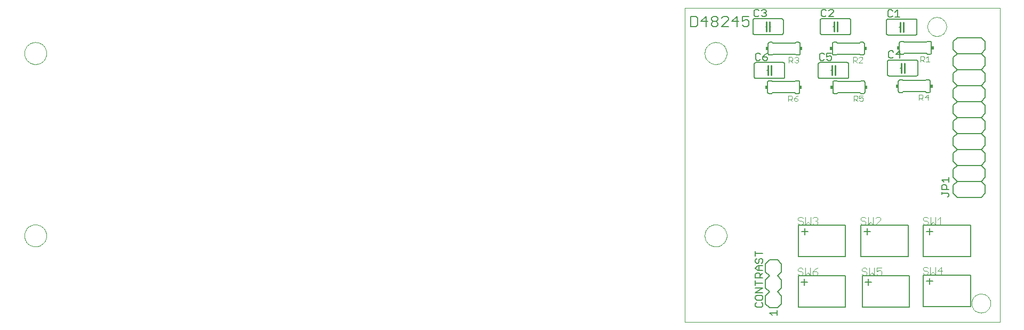
<source format=gto>
G75*
G70*
%OFA0B0*%
%FSLAX24Y24*%
%IPPOS*%
%LPD*%
%AMOC8*
5,1,8,0,0,1.08239X$1,22.5*
%
%ADD10C,0.0000*%
%ADD11C,0.0060*%
%ADD12C,0.0050*%
%ADD13C,0.0100*%
%ADD14C,0.0040*%
%ADD15R,0.0150X0.0200*%
D10*
X001798Y006879D02*
X001800Y006931D01*
X001806Y006983D01*
X001816Y007034D01*
X001829Y007084D01*
X001847Y007134D01*
X001868Y007181D01*
X001892Y007227D01*
X001921Y007271D01*
X001952Y007313D01*
X001986Y007352D01*
X002023Y007389D01*
X002063Y007422D01*
X002106Y007453D01*
X002150Y007480D01*
X002196Y007504D01*
X002245Y007524D01*
X002294Y007540D01*
X002345Y007553D01*
X002396Y007562D01*
X002448Y007567D01*
X002500Y007568D01*
X002552Y007565D01*
X002604Y007558D01*
X002655Y007547D01*
X002705Y007533D01*
X002754Y007514D01*
X002801Y007492D01*
X002846Y007467D01*
X002890Y007438D01*
X002931Y007406D01*
X002970Y007371D01*
X003005Y007333D01*
X003038Y007292D01*
X003068Y007250D01*
X003094Y007205D01*
X003117Y007158D01*
X003136Y007109D01*
X003152Y007059D01*
X003164Y007009D01*
X003172Y006957D01*
X003176Y006905D01*
X003176Y006853D01*
X003172Y006801D01*
X003164Y006749D01*
X003152Y006699D01*
X003136Y006649D01*
X003117Y006600D01*
X003094Y006553D01*
X003068Y006508D01*
X003038Y006466D01*
X003005Y006425D01*
X002970Y006387D01*
X002931Y006352D01*
X002890Y006320D01*
X002846Y006291D01*
X002801Y006266D01*
X002754Y006244D01*
X002705Y006225D01*
X002655Y006211D01*
X002604Y006200D01*
X002552Y006193D01*
X002500Y006190D01*
X002448Y006191D01*
X002396Y006196D01*
X002345Y006205D01*
X002294Y006218D01*
X002245Y006234D01*
X002196Y006254D01*
X002150Y006278D01*
X002106Y006305D01*
X002063Y006336D01*
X002023Y006369D01*
X001986Y006406D01*
X001952Y006445D01*
X001921Y006487D01*
X001892Y006531D01*
X001868Y006577D01*
X001847Y006624D01*
X001829Y006674D01*
X001816Y006724D01*
X001806Y006775D01*
X001800Y006827D01*
X001798Y006879D01*
X001798Y018297D02*
X001800Y018349D01*
X001806Y018401D01*
X001816Y018452D01*
X001829Y018502D01*
X001847Y018552D01*
X001868Y018599D01*
X001892Y018645D01*
X001921Y018689D01*
X001952Y018731D01*
X001986Y018770D01*
X002023Y018807D01*
X002063Y018840D01*
X002106Y018871D01*
X002150Y018898D01*
X002196Y018922D01*
X002245Y018942D01*
X002294Y018958D01*
X002345Y018971D01*
X002396Y018980D01*
X002448Y018985D01*
X002500Y018986D01*
X002552Y018983D01*
X002604Y018976D01*
X002655Y018965D01*
X002705Y018951D01*
X002754Y018932D01*
X002801Y018910D01*
X002846Y018885D01*
X002890Y018856D01*
X002931Y018824D01*
X002970Y018789D01*
X003005Y018751D01*
X003038Y018710D01*
X003068Y018668D01*
X003094Y018623D01*
X003117Y018576D01*
X003136Y018527D01*
X003152Y018477D01*
X003164Y018427D01*
X003172Y018375D01*
X003176Y018323D01*
X003176Y018271D01*
X003172Y018219D01*
X003164Y018167D01*
X003152Y018117D01*
X003136Y018067D01*
X003117Y018018D01*
X003094Y017971D01*
X003068Y017926D01*
X003038Y017884D01*
X003005Y017843D01*
X002970Y017805D01*
X002931Y017770D01*
X002890Y017738D01*
X002846Y017709D01*
X002801Y017684D01*
X002754Y017662D01*
X002705Y017643D01*
X002655Y017629D01*
X002604Y017618D01*
X002552Y017611D01*
X002500Y017608D01*
X002448Y017609D01*
X002396Y017614D01*
X002345Y017623D01*
X002294Y017636D01*
X002245Y017652D01*
X002196Y017672D01*
X002150Y017696D01*
X002106Y017723D01*
X002063Y017754D01*
X002023Y017787D01*
X001986Y017824D01*
X001952Y017863D01*
X001921Y017905D01*
X001892Y017949D01*
X001868Y017995D01*
X001847Y018042D01*
X001829Y018092D01*
X001816Y018142D01*
X001806Y018193D01*
X001800Y018245D01*
X001798Y018297D01*
X043087Y021145D02*
X043087Y001460D01*
X062772Y001460D01*
X062772Y021145D01*
X043087Y021145D01*
X044318Y018297D02*
X044320Y018349D01*
X044326Y018401D01*
X044336Y018452D01*
X044349Y018502D01*
X044367Y018552D01*
X044388Y018599D01*
X044412Y018645D01*
X044441Y018689D01*
X044472Y018731D01*
X044506Y018770D01*
X044543Y018807D01*
X044583Y018840D01*
X044626Y018871D01*
X044670Y018898D01*
X044716Y018922D01*
X044765Y018942D01*
X044814Y018958D01*
X044865Y018971D01*
X044916Y018980D01*
X044968Y018985D01*
X045020Y018986D01*
X045072Y018983D01*
X045124Y018976D01*
X045175Y018965D01*
X045225Y018951D01*
X045274Y018932D01*
X045321Y018910D01*
X045366Y018885D01*
X045410Y018856D01*
X045451Y018824D01*
X045490Y018789D01*
X045525Y018751D01*
X045558Y018710D01*
X045588Y018668D01*
X045614Y018623D01*
X045637Y018576D01*
X045656Y018527D01*
X045672Y018477D01*
X045684Y018427D01*
X045692Y018375D01*
X045696Y018323D01*
X045696Y018271D01*
X045692Y018219D01*
X045684Y018167D01*
X045672Y018117D01*
X045656Y018067D01*
X045637Y018018D01*
X045614Y017971D01*
X045588Y017926D01*
X045558Y017884D01*
X045525Y017843D01*
X045490Y017805D01*
X045451Y017770D01*
X045410Y017738D01*
X045366Y017709D01*
X045321Y017684D01*
X045274Y017662D01*
X045225Y017643D01*
X045175Y017629D01*
X045124Y017618D01*
X045072Y017611D01*
X045020Y017608D01*
X044968Y017609D01*
X044916Y017614D01*
X044865Y017623D01*
X044814Y017636D01*
X044765Y017652D01*
X044716Y017672D01*
X044670Y017696D01*
X044626Y017723D01*
X044583Y017754D01*
X044543Y017787D01*
X044506Y017824D01*
X044472Y017863D01*
X044441Y017905D01*
X044412Y017949D01*
X044388Y017995D01*
X044367Y018042D01*
X044349Y018092D01*
X044336Y018142D01*
X044326Y018193D01*
X044320Y018245D01*
X044318Y018297D01*
X058244Y019964D02*
X058246Y020012D01*
X058252Y020060D01*
X058262Y020107D01*
X058275Y020153D01*
X058293Y020198D01*
X058313Y020242D01*
X058338Y020284D01*
X058366Y020323D01*
X058396Y020360D01*
X058430Y020394D01*
X058467Y020426D01*
X058505Y020455D01*
X058546Y020480D01*
X058589Y020502D01*
X058634Y020520D01*
X058680Y020534D01*
X058727Y020545D01*
X058775Y020552D01*
X058823Y020555D01*
X058871Y020554D01*
X058919Y020549D01*
X058967Y020540D01*
X059013Y020528D01*
X059058Y020511D01*
X059102Y020491D01*
X059144Y020468D01*
X059184Y020441D01*
X059222Y020411D01*
X059257Y020378D01*
X059289Y020342D01*
X059319Y020304D01*
X059345Y020263D01*
X059367Y020220D01*
X059387Y020176D01*
X059402Y020131D01*
X059414Y020084D01*
X059422Y020036D01*
X059426Y019988D01*
X059426Y019940D01*
X059422Y019892D01*
X059414Y019844D01*
X059402Y019797D01*
X059387Y019752D01*
X059367Y019708D01*
X059345Y019665D01*
X059319Y019624D01*
X059289Y019586D01*
X059257Y019550D01*
X059222Y019517D01*
X059184Y019487D01*
X059144Y019460D01*
X059102Y019437D01*
X059058Y019417D01*
X059013Y019400D01*
X058967Y019388D01*
X058919Y019379D01*
X058871Y019374D01*
X058823Y019373D01*
X058775Y019376D01*
X058727Y019383D01*
X058680Y019394D01*
X058634Y019408D01*
X058589Y019426D01*
X058546Y019448D01*
X058505Y019473D01*
X058467Y019502D01*
X058430Y019534D01*
X058396Y019568D01*
X058366Y019605D01*
X058338Y019644D01*
X058313Y019686D01*
X058293Y019730D01*
X058275Y019775D01*
X058262Y019821D01*
X058252Y019868D01*
X058246Y019916D01*
X058244Y019964D01*
X044318Y006879D02*
X044320Y006931D01*
X044326Y006983D01*
X044336Y007034D01*
X044349Y007084D01*
X044367Y007134D01*
X044388Y007181D01*
X044412Y007227D01*
X044441Y007271D01*
X044472Y007313D01*
X044506Y007352D01*
X044543Y007389D01*
X044583Y007422D01*
X044626Y007453D01*
X044670Y007480D01*
X044716Y007504D01*
X044765Y007524D01*
X044814Y007540D01*
X044865Y007553D01*
X044916Y007562D01*
X044968Y007567D01*
X045020Y007568D01*
X045072Y007565D01*
X045124Y007558D01*
X045175Y007547D01*
X045225Y007533D01*
X045274Y007514D01*
X045321Y007492D01*
X045366Y007467D01*
X045410Y007438D01*
X045451Y007406D01*
X045490Y007371D01*
X045525Y007333D01*
X045558Y007292D01*
X045588Y007250D01*
X045614Y007205D01*
X045637Y007158D01*
X045656Y007109D01*
X045672Y007059D01*
X045684Y007009D01*
X045692Y006957D01*
X045696Y006905D01*
X045696Y006853D01*
X045692Y006801D01*
X045684Y006749D01*
X045672Y006699D01*
X045656Y006649D01*
X045637Y006600D01*
X045614Y006553D01*
X045588Y006508D01*
X045558Y006466D01*
X045525Y006425D01*
X045490Y006387D01*
X045451Y006352D01*
X045410Y006320D01*
X045366Y006291D01*
X045321Y006266D01*
X045274Y006244D01*
X045225Y006225D01*
X045175Y006211D01*
X045124Y006200D01*
X045072Y006193D01*
X045020Y006190D01*
X044968Y006191D01*
X044916Y006196D01*
X044865Y006205D01*
X044814Y006218D01*
X044765Y006234D01*
X044716Y006254D01*
X044670Y006278D01*
X044626Y006305D01*
X044583Y006336D01*
X044543Y006369D01*
X044506Y006406D01*
X044472Y006445D01*
X044441Y006487D01*
X044412Y006531D01*
X044388Y006577D01*
X044367Y006624D01*
X044349Y006674D01*
X044336Y006724D01*
X044326Y006775D01*
X044320Y006827D01*
X044318Y006879D01*
X061000Y002641D02*
X061002Y002689D01*
X061008Y002737D01*
X061018Y002784D01*
X061031Y002830D01*
X061049Y002875D01*
X061069Y002919D01*
X061094Y002961D01*
X061122Y003000D01*
X061152Y003037D01*
X061186Y003071D01*
X061223Y003103D01*
X061261Y003132D01*
X061302Y003157D01*
X061345Y003179D01*
X061390Y003197D01*
X061436Y003211D01*
X061483Y003222D01*
X061531Y003229D01*
X061579Y003232D01*
X061627Y003231D01*
X061675Y003226D01*
X061723Y003217D01*
X061769Y003205D01*
X061814Y003188D01*
X061858Y003168D01*
X061900Y003145D01*
X061940Y003118D01*
X061978Y003088D01*
X062013Y003055D01*
X062045Y003019D01*
X062075Y002981D01*
X062101Y002940D01*
X062123Y002897D01*
X062143Y002853D01*
X062158Y002808D01*
X062170Y002761D01*
X062178Y002713D01*
X062182Y002665D01*
X062182Y002617D01*
X062178Y002569D01*
X062170Y002521D01*
X062158Y002474D01*
X062143Y002429D01*
X062123Y002385D01*
X062101Y002342D01*
X062075Y002301D01*
X062045Y002263D01*
X062013Y002227D01*
X061978Y002194D01*
X061940Y002164D01*
X061900Y002137D01*
X061858Y002114D01*
X061814Y002094D01*
X061769Y002077D01*
X061723Y002065D01*
X061675Y002056D01*
X061627Y002051D01*
X061579Y002050D01*
X061531Y002053D01*
X061483Y002060D01*
X061436Y002071D01*
X061390Y002085D01*
X061345Y002103D01*
X061302Y002125D01*
X061261Y002150D01*
X061223Y002179D01*
X061186Y002211D01*
X061152Y002245D01*
X061122Y002282D01*
X061094Y002321D01*
X061069Y002363D01*
X061049Y002407D01*
X061031Y002452D01*
X061018Y002498D01*
X061008Y002545D01*
X061002Y002593D01*
X061000Y002641D01*
D11*
X049107Y002610D02*
X049107Y003110D01*
X048857Y003360D01*
X049107Y003610D01*
X049107Y004110D01*
X048857Y004360D01*
X049107Y004610D01*
X049107Y005110D01*
X048857Y005360D01*
X048357Y005360D01*
X048107Y005110D01*
X048107Y004610D01*
X048357Y004360D01*
X048107Y004110D01*
X048107Y003610D01*
X048357Y003360D01*
X048107Y003110D01*
X048107Y002610D01*
X048357Y002360D01*
X048857Y002360D01*
X049107Y002610D01*
X059851Y009531D02*
X060101Y009281D01*
X061601Y009281D01*
X061851Y009531D01*
X061851Y010031D01*
X061601Y010281D01*
X060101Y010281D01*
X059851Y010531D01*
X059851Y011031D01*
X060101Y011281D01*
X061601Y011281D01*
X061851Y011531D01*
X061851Y012031D01*
X061601Y012281D01*
X060101Y012281D01*
X059851Y012531D01*
X059851Y013031D01*
X060101Y013281D01*
X061601Y013281D01*
X061851Y013531D01*
X061851Y014031D01*
X061601Y014281D01*
X060101Y014281D01*
X059851Y014531D01*
X059851Y015031D01*
X060101Y015281D01*
X061601Y015281D01*
X061851Y015531D01*
X061851Y016031D01*
X061601Y016281D01*
X060101Y016281D01*
X059851Y016531D01*
X059851Y017031D01*
X060101Y017281D01*
X061601Y017281D01*
X061851Y017031D01*
X061851Y016531D01*
X061601Y016281D01*
X060101Y016281D02*
X059851Y016031D01*
X059851Y015531D01*
X060101Y015281D01*
X061601Y015281D02*
X061851Y015031D01*
X061851Y014531D01*
X061601Y014281D01*
X060101Y014281D02*
X059851Y014031D01*
X059851Y013531D01*
X060101Y013281D01*
X061601Y013281D02*
X061851Y013031D01*
X061851Y012531D01*
X061601Y012281D01*
X060101Y012281D02*
X059851Y012031D01*
X059851Y011531D01*
X060101Y011281D01*
X061601Y011281D02*
X061851Y011031D01*
X061851Y010531D01*
X061601Y010281D01*
X060101Y010281D02*
X059851Y010031D01*
X059851Y009531D01*
X058321Y015840D02*
X058171Y015840D01*
X058121Y015890D01*
X056721Y015890D01*
X056671Y015840D01*
X056521Y015840D01*
X056504Y015842D01*
X056487Y015846D01*
X056471Y015853D01*
X056457Y015863D01*
X056444Y015876D01*
X056434Y015890D01*
X056427Y015906D01*
X056423Y015923D01*
X056421Y015940D01*
X056421Y016540D01*
X056423Y016557D01*
X056427Y016574D01*
X056434Y016590D01*
X056444Y016604D01*
X056457Y016617D01*
X056471Y016627D01*
X056487Y016634D01*
X056504Y016638D01*
X056521Y016640D01*
X056671Y016640D01*
X056721Y016590D01*
X058121Y016590D01*
X058171Y016640D01*
X058321Y016640D01*
X058338Y016638D01*
X058355Y016634D01*
X058371Y016627D01*
X058385Y016617D01*
X058398Y016604D01*
X058408Y016590D01*
X058415Y016574D01*
X058419Y016557D01*
X058421Y016540D01*
X058421Y015940D01*
X058419Y015923D01*
X058415Y015906D01*
X058408Y015890D01*
X058398Y015876D01*
X058385Y015863D01*
X058371Y015853D01*
X058355Y015846D01*
X058338Y015842D01*
X058321Y015840D01*
X057542Y016883D02*
X055842Y016883D01*
X055825Y016885D01*
X055808Y016889D01*
X055792Y016896D01*
X055778Y016906D01*
X055765Y016919D01*
X055755Y016933D01*
X055748Y016949D01*
X055744Y016966D01*
X055742Y016983D01*
X055742Y017783D01*
X055744Y017800D01*
X055748Y017817D01*
X055755Y017833D01*
X055765Y017847D01*
X055778Y017860D01*
X055792Y017870D01*
X055808Y017877D01*
X055825Y017881D01*
X055842Y017883D01*
X057542Y017883D01*
X057559Y017881D01*
X057576Y017877D01*
X057592Y017870D01*
X057606Y017860D01*
X057619Y017847D01*
X057629Y017833D01*
X057636Y017817D01*
X057640Y017800D01*
X057642Y017783D01*
X057642Y016983D01*
X057640Y016966D01*
X057636Y016949D01*
X057629Y016933D01*
X057619Y016919D01*
X057606Y016906D01*
X057592Y016896D01*
X057576Y016889D01*
X057559Y016885D01*
X057542Y016883D01*
X056842Y017383D02*
X056792Y017383D01*
X056592Y017383D02*
X056542Y017383D01*
X054227Y016580D02*
X054077Y016580D01*
X054027Y016530D01*
X052627Y016530D01*
X052577Y016580D01*
X052427Y016580D01*
X052410Y016578D01*
X052393Y016574D01*
X052377Y016567D01*
X052363Y016557D01*
X052350Y016544D01*
X052340Y016530D01*
X052333Y016514D01*
X052329Y016497D01*
X052327Y016480D01*
X052327Y015880D01*
X052329Y015863D01*
X052333Y015846D01*
X052340Y015830D01*
X052350Y015816D01*
X052363Y015803D01*
X052377Y015793D01*
X052393Y015786D01*
X052410Y015782D01*
X052427Y015780D01*
X052577Y015780D01*
X052627Y015830D01*
X054027Y015830D01*
X054077Y015780D01*
X054227Y015780D01*
X054244Y015782D01*
X054261Y015786D01*
X054277Y015793D01*
X054291Y015803D01*
X054304Y015816D01*
X054314Y015830D01*
X054321Y015846D01*
X054325Y015863D01*
X054327Y015880D01*
X054327Y016480D01*
X054325Y016497D01*
X054321Y016514D01*
X054314Y016530D01*
X054304Y016544D01*
X054291Y016557D01*
X054277Y016567D01*
X054261Y016574D01*
X054244Y016578D01*
X054227Y016580D01*
X053317Y016820D02*
X053317Y017620D01*
X053315Y017637D01*
X053311Y017654D01*
X053304Y017670D01*
X053294Y017684D01*
X053281Y017697D01*
X053267Y017707D01*
X053251Y017714D01*
X053234Y017718D01*
X053217Y017720D01*
X051517Y017720D01*
X051500Y017718D01*
X051483Y017714D01*
X051467Y017707D01*
X051453Y017697D01*
X051440Y017684D01*
X051430Y017670D01*
X051423Y017654D01*
X051419Y017637D01*
X051417Y017620D01*
X051417Y016820D01*
X051419Y016803D01*
X051423Y016786D01*
X051430Y016770D01*
X051440Y016756D01*
X051453Y016743D01*
X051467Y016733D01*
X051483Y016726D01*
X051500Y016722D01*
X051517Y016720D01*
X053217Y016720D01*
X053234Y016722D01*
X053251Y016726D01*
X053267Y016733D01*
X053281Y016743D01*
X053294Y016756D01*
X053304Y016770D01*
X053311Y016786D01*
X053315Y016803D01*
X053317Y016820D01*
X052517Y017220D02*
X052467Y017220D01*
X052267Y017220D02*
X052217Y017220D01*
X050247Y016480D02*
X050247Y015880D01*
X050245Y015863D01*
X050241Y015846D01*
X050234Y015830D01*
X050224Y015816D01*
X050211Y015803D01*
X050197Y015793D01*
X050181Y015786D01*
X050164Y015782D01*
X050147Y015780D01*
X049997Y015780D01*
X049947Y015830D01*
X048547Y015830D01*
X048497Y015780D01*
X048347Y015780D01*
X048330Y015782D01*
X048313Y015786D01*
X048297Y015793D01*
X048283Y015803D01*
X048270Y015816D01*
X048260Y015830D01*
X048253Y015846D01*
X048249Y015863D01*
X048247Y015880D01*
X048247Y016480D01*
X048249Y016497D01*
X048253Y016514D01*
X048260Y016530D01*
X048270Y016544D01*
X048283Y016557D01*
X048297Y016567D01*
X048313Y016574D01*
X048330Y016578D01*
X048347Y016580D01*
X048497Y016580D01*
X048547Y016530D01*
X049947Y016530D01*
X049997Y016580D01*
X050147Y016580D01*
X050164Y016578D01*
X050181Y016574D01*
X050197Y016567D01*
X050211Y016557D01*
X050224Y016544D01*
X050234Y016530D01*
X050241Y016514D01*
X050245Y016497D01*
X050247Y016480D01*
X049217Y016720D02*
X047517Y016720D01*
X047500Y016722D01*
X047483Y016726D01*
X047467Y016733D01*
X047453Y016743D01*
X047440Y016756D01*
X047430Y016770D01*
X047423Y016786D01*
X047419Y016803D01*
X047417Y016820D01*
X047417Y017620D01*
X047419Y017637D01*
X047423Y017654D01*
X047430Y017670D01*
X047440Y017684D01*
X047453Y017697D01*
X047467Y017707D01*
X047483Y017714D01*
X047500Y017718D01*
X047517Y017720D01*
X049217Y017720D01*
X049234Y017718D01*
X049251Y017714D01*
X049267Y017707D01*
X049281Y017697D01*
X049294Y017684D01*
X049304Y017670D01*
X049311Y017654D01*
X049315Y017637D01*
X049317Y017620D01*
X049317Y016820D01*
X049315Y016803D01*
X049311Y016786D01*
X049304Y016770D01*
X049294Y016756D01*
X049281Y016743D01*
X049267Y016733D01*
X049251Y016726D01*
X049234Y016722D01*
X049217Y016720D01*
X048517Y017220D02*
X048467Y017220D01*
X048267Y017220D02*
X048217Y017220D01*
X048378Y018189D02*
X048528Y018189D01*
X048578Y018239D01*
X049978Y018239D01*
X050028Y018189D01*
X050178Y018189D01*
X050195Y018191D01*
X050212Y018195D01*
X050228Y018202D01*
X050242Y018212D01*
X050255Y018225D01*
X050265Y018239D01*
X050272Y018255D01*
X050276Y018272D01*
X050278Y018289D01*
X050278Y018889D01*
X050276Y018906D01*
X050272Y018923D01*
X050265Y018939D01*
X050255Y018953D01*
X050242Y018966D01*
X050228Y018976D01*
X050212Y018983D01*
X050195Y018987D01*
X050178Y018989D01*
X050028Y018989D01*
X049978Y018939D01*
X048578Y018939D01*
X048528Y018989D01*
X048378Y018989D01*
X048361Y018987D01*
X048344Y018983D01*
X048328Y018976D01*
X048314Y018966D01*
X048301Y018953D01*
X048291Y018939D01*
X048284Y018923D01*
X048280Y018906D01*
X048278Y018889D01*
X048278Y018289D01*
X048280Y018272D01*
X048284Y018255D01*
X048291Y018239D01*
X048301Y018225D01*
X048314Y018212D01*
X048328Y018202D01*
X048344Y018195D01*
X048361Y018191D01*
X048378Y018189D01*
X049126Y019472D02*
X047426Y019472D01*
X047409Y019474D01*
X047392Y019478D01*
X047376Y019485D01*
X047362Y019495D01*
X047349Y019508D01*
X047339Y019522D01*
X047332Y019538D01*
X047328Y019555D01*
X047326Y019572D01*
X047326Y020372D01*
X047328Y020389D01*
X047332Y020406D01*
X047339Y020422D01*
X047349Y020436D01*
X047362Y020449D01*
X047376Y020459D01*
X047392Y020466D01*
X047409Y020470D01*
X047426Y020472D01*
X049126Y020472D01*
X049143Y020470D01*
X049160Y020466D01*
X049176Y020459D01*
X049190Y020449D01*
X049203Y020436D01*
X049213Y020422D01*
X049220Y020406D01*
X049224Y020389D01*
X049226Y020372D01*
X049226Y019572D01*
X049224Y019555D01*
X049220Y019538D01*
X049213Y019522D01*
X049203Y019508D01*
X049190Y019495D01*
X049176Y019485D01*
X049160Y019478D01*
X049143Y019474D01*
X049126Y019472D01*
X048426Y019972D02*
X048376Y019972D01*
X048176Y019972D02*
X048126Y019972D01*
X047087Y020077D02*
X046980Y019970D01*
X046766Y019970D01*
X046660Y020077D01*
X046660Y020290D02*
X046873Y020397D01*
X046980Y020397D01*
X047087Y020290D01*
X047087Y020077D01*
X046660Y020290D02*
X046660Y020611D01*
X047087Y020611D01*
X046442Y020290D02*
X046015Y020290D01*
X046335Y020611D01*
X046335Y019970D01*
X045798Y019970D02*
X045371Y019970D01*
X045798Y020397D01*
X045798Y020504D01*
X045691Y020611D01*
X045477Y020611D01*
X045371Y020504D01*
X045153Y020504D02*
X045153Y020397D01*
X045046Y020290D01*
X044833Y020290D01*
X044726Y020397D01*
X044726Y020504D01*
X044833Y020611D01*
X045046Y020611D01*
X045153Y020504D01*
X045046Y020290D02*
X045153Y020184D01*
X045153Y020077D01*
X045046Y019970D01*
X044833Y019970D01*
X044726Y020077D01*
X044726Y020184D01*
X044833Y020290D01*
X044508Y020290D02*
X044081Y020290D01*
X044402Y020611D01*
X044402Y019970D01*
X043864Y020077D02*
X043864Y020504D01*
X043757Y020611D01*
X043437Y020611D01*
X043437Y019970D01*
X043757Y019970D01*
X043864Y020077D01*
X051544Y020369D02*
X051544Y019569D01*
X051546Y019552D01*
X051550Y019535D01*
X051557Y019519D01*
X051567Y019505D01*
X051580Y019492D01*
X051594Y019482D01*
X051610Y019475D01*
X051627Y019471D01*
X051644Y019469D01*
X053344Y019469D01*
X053361Y019471D01*
X053378Y019475D01*
X053394Y019482D01*
X053408Y019492D01*
X053421Y019505D01*
X053431Y019519D01*
X053438Y019535D01*
X053442Y019552D01*
X053444Y019569D01*
X053444Y020369D01*
X053442Y020386D01*
X053438Y020403D01*
X053431Y020419D01*
X053421Y020433D01*
X053408Y020446D01*
X053394Y020456D01*
X053378Y020463D01*
X053361Y020467D01*
X053344Y020469D01*
X051644Y020469D01*
X051627Y020467D01*
X051610Y020463D01*
X051594Y020456D01*
X051580Y020446D01*
X051567Y020433D01*
X051557Y020419D01*
X051550Y020403D01*
X051546Y020386D01*
X051544Y020369D01*
X052344Y019969D02*
X052394Y019969D01*
X052594Y019969D02*
X052644Y019969D01*
X052544Y018996D02*
X052394Y018996D01*
X052377Y018994D01*
X052360Y018990D01*
X052344Y018983D01*
X052330Y018973D01*
X052317Y018960D01*
X052307Y018946D01*
X052300Y018930D01*
X052296Y018913D01*
X052294Y018896D01*
X052294Y018296D01*
X052296Y018279D01*
X052300Y018262D01*
X052307Y018246D01*
X052317Y018232D01*
X052330Y018219D01*
X052344Y018209D01*
X052360Y018202D01*
X052377Y018198D01*
X052394Y018196D01*
X052544Y018196D01*
X052594Y018246D01*
X053994Y018246D01*
X054044Y018196D01*
X054194Y018196D01*
X054211Y018198D01*
X054228Y018202D01*
X054244Y018209D01*
X054258Y018219D01*
X054271Y018232D01*
X054281Y018246D01*
X054288Y018262D01*
X054292Y018279D01*
X054294Y018296D01*
X054294Y018896D01*
X054292Y018913D01*
X054288Y018930D01*
X054281Y018946D01*
X054271Y018960D01*
X054258Y018973D01*
X054244Y018983D01*
X054228Y018990D01*
X054211Y018994D01*
X054194Y018996D01*
X054044Y018996D01*
X053994Y018946D01*
X052594Y018946D01*
X052544Y018996D01*
X055684Y019548D02*
X055684Y020348D01*
X055686Y020365D01*
X055690Y020382D01*
X055697Y020398D01*
X055707Y020412D01*
X055720Y020425D01*
X055734Y020435D01*
X055750Y020442D01*
X055767Y020446D01*
X055784Y020448D01*
X057484Y020448D01*
X057501Y020446D01*
X057518Y020442D01*
X057534Y020435D01*
X057548Y020425D01*
X057561Y020412D01*
X057571Y020398D01*
X057578Y020382D01*
X057582Y020365D01*
X057584Y020348D01*
X057584Y019548D01*
X057582Y019531D01*
X057578Y019514D01*
X057571Y019498D01*
X057561Y019484D01*
X057548Y019471D01*
X057534Y019461D01*
X057518Y019454D01*
X057501Y019450D01*
X057484Y019448D01*
X055784Y019448D01*
X055767Y019450D01*
X055750Y019454D01*
X055734Y019461D01*
X055720Y019471D01*
X055707Y019484D01*
X055697Y019498D01*
X055690Y019514D01*
X055686Y019531D01*
X055684Y019548D01*
X056484Y019948D02*
X056534Y019948D01*
X056734Y019948D02*
X056784Y019948D01*
X056740Y019045D02*
X056590Y019045D01*
X056573Y019043D01*
X056556Y019039D01*
X056540Y019032D01*
X056526Y019022D01*
X056513Y019009D01*
X056503Y018995D01*
X056496Y018979D01*
X056492Y018962D01*
X056490Y018945D01*
X056490Y018345D01*
X056492Y018328D01*
X056496Y018311D01*
X056503Y018295D01*
X056513Y018281D01*
X056526Y018268D01*
X056540Y018258D01*
X056556Y018251D01*
X056573Y018247D01*
X056590Y018245D01*
X056740Y018245D01*
X056790Y018295D01*
X058190Y018295D01*
X058240Y018245D01*
X058390Y018245D01*
X058407Y018247D01*
X058424Y018251D01*
X058440Y018258D01*
X058454Y018268D01*
X058467Y018281D01*
X058477Y018295D01*
X058484Y018311D01*
X058488Y018328D01*
X058490Y018345D01*
X058490Y018945D01*
X058488Y018962D01*
X058484Y018979D01*
X058477Y018995D01*
X058467Y019009D01*
X058454Y019022D01*
X058440Y019032D01*
X058424Y019039D01*
X058407Y019043D01*
X058390Y019045D01*
X058240Y019045D01*
X058190Y018995D01*
X056790Y018995D01*
X056740Y019045D01*
X059851Y019031D02*
X059851Y018531D01*
X060101Y018281D01*
X061601Y018281D01*
X061851Y018531D01*
X061851Y019031D01*
X061601Y019281D01*
X060101Y019281D01*
X059851Y019031D01*
X060101Y018281D02*
X059851Y018031D01*
X059851Y017531D01*
X060101Y017281D01*
X061601Y017281D02*
X061851Y017531D01*
X061851Y018031D01*
X061601Y018281D01*
D12*
X056578Y018233D02*
X056277Y018233D01*
X056503Y018458D01*
X056503Y018008D01*
X056117Y018083D02*
X056042Y018008D01*
X055892Y018008D01*
X055817Y018083D01*
X055817Y018383D01*
X055892Y018458D01*
X056042Y018458D01*
X056117Y018383D01*
X052253Y018295D02*
X051952Y018295D01*
X051952Y018070D01*
X052102Y018145D01*
X052177Y018145D01*
X052253Y018070D01*
X052253Y017920D01*
X052177Y017845D01*
X052027Y017845D01*
X051952Y017920D01*
X051792Y017920D02*
X051717Y017845D01*
X051567Y017845D01*
X051492Y017920D01*
X051492Y018220D01*
X051567Y018295D01*
X051717Y018295D01*
X051792Y018220D01*
X048253Y018295D02*
X048102Y018220D01*
X047952Y018070D01*
X048177Y018070D01*
X048253Y017995D01*
X048253Y017920D01*
X048177Y017845D01*
X048027Y017845D01*
X047952Y017920D01*
X047952Y018070D01*
X047792Y017920D02*
X047717Y017845D01*
X047567Y017845D01*
X047492Y017920D01*
X047492Y018220D01*
X047567Y018295D01*
X047717Y018295D01*
X047792Y018220D01*
X047936Y020597D02*
X047861Y020672D01*
X047936Y020597D02*
X048087Y020597D01*
X048162Y020672D01*
X048162Y020747D01*
X048087Y020822D01*
X048012Y020822D01*
X048087Y020822D02*
X048162Y020897D01*
X048162Y020972D01*
X048087Y021047D01*
X047936Y021047D01*
X047861Y020972D01*
X047701Y020972D02*
X047626Y021047D01*
X047476Y021047D01*
X047401Y020972D01*
X047401Y020672D01*
X047476Y020597D01*
X047626Y020597D01*
X047701Y020672D01*
X051619Y020669D02*
X051694Y020594D01*
X051844Y020594D01*
X051919Y020669D01*
X052079Y020594D02*
X052379Y020895D01*
X052379Y020970D01*
X052304Y021045D01*
X052154Y021045D01*
X052079Y020970D01*
X051919Y020970D02*
X051844Y021045D01*
X051694Y021045D01*
X051619Y020970D01*
X051619Y020669D01*
X052079Y020594D02*
X052379Y020594D01*
X055759Y020648D02*
X055834Y020573D01*
X055984Y020573D01*
X056059Y020648D01*
X056220Y020573D02*
X056520Y020573D01*
X056370Y020573D02*
X056370Y021023D01*
X056220Y020873D01*
X056059Y020948D02*
X055984Y021023D01*
X055834Y021023D01*
X055759Y020948D01*
X055759Y020648D01*
X059576Y010527D02*
X059576Y010227D01*
X059576Y010377D02*
X059126Y010377D01*
X059276Y010227D01*
X059201Y010067D02*
X059351Y010067D01*
X059426Y009992D01*
X059426Y009766D01*
X059576Y009766D02*
X059126Y009766D01*
X059126Y009992D01*
X059201Y010067D01*
X059126Y009606D02*
X059126Y009456D01*
X059126Y009531D02*
X059501Y009531D01*
X059576Y009456D01*
X059576Y009381D01*
X059501Y009306D01*
X060930Y007533D02*
X057978Y007533D01*
X057978Y005564D01*
X060930Y005564D01*
X060930Y007533D01*
X058568Y007139D02*
X058174Y007139D01*
X058371Y007336D02*
X058371Y006942D01*
X057038Y007533D02*
X054085Y007533D01*
X054085Y005564D01*
X057038Y005564D01*
X057038Y007533D01*
X054676Y007139D02*
X054282Y007139D01*
X054479Y007336D02*
X054479Y006942D01*
X053121Y007533D02*
X050168Y007533D01*
X050168Y005564D01*
X053121Y005564D01*
X053121Y007533D01*
X050758Y007139D02*
X050365Y007139D01*
X050562Y007336D02*
X050562Y006942D01*
X047932Y005758D02*
X047482Y005758D01*
X047482Y005608D02*
X047482Y005908D01*
X047557Y005448D02*
X047482Y005373D01*
X047482Y005222D01*
X047557Y005147D01*
X047632Y005147D01*
X047707Y005222D01*
X047707Y005373D01*
X047782Y005448D01*
X047857Y005448D01*
X047932Y005373D01*
X047932Y005222D01*
X047857Y005147D01*
X047932Y004987D02*
X047632Y004987D01*
X047482Y004837D01*
X047632Y004687D01*
X047932Y004687D01*
X047932Y004527D02*
X047782Y004377D01*
X047782Y004452D02*
X047782Y004227D01*
X047932Y004227D02*
X047482Y004227D01*
X047482Y004452D01*
X047557Y004527D01*
X047707Y004527D01*
X047782Y004452D01*
X047707Y004687D02*
X047707Y004987D01*
X050158Y004364D02*
X053111Y004364D01*
X053111Y002396D01*
X050158Y002396D01*
X050158Y004364D01*
X050552Y004167D02*
X050552Y003774D01*
X050355Y003971D02*
X050749Y003971D01*
X047932Y003916D02*
X047482Y003916D01*
X047482Y003766D02*
X047482Y004066D01*
X047482Y003606D02*
X047932Y003606D01*
X047482Y003306D01*
X047932Y003306D01*
X047857Y003146D02*
X047557Y003146D01*
X047482Y003071D01*
X047482Y002920D01*
X047557Y002845D01*
X047857Y002845D01*
X047932Y002920D01*
X047932Y003071D01*
X047857Y003146D01*
X047857Y002685D02*
X047932Y002610D01*
X047932Y002460D01*
X047857Y002385D01*
X047557Y002385D01*
X047482Y002460D01*
X047482Y002610D01*
X047557Y002685D01*
X048832Y002185D02*
X048832Y001885D01*
X048832Y002035D02*
X048382Y002035D01*
X048532Y001885D01*
X054158Y002396D02*
X057111Y002396D01*
X057111Y004364D01*
X054158Y004364D01*
X054158Y002396D01*
X057973Y002444D02*
X060925Y002444D01*
X060925Y004413D01*
X057973Y004413D01*
X057973Y002444D01*
X058366Y003822D02*
X058366Y004216D01*
X058169Y004019D02*
X058563Y004019D01*
X054749Y003971D02*
X054355Y003971D01*
X054552Y004167D02*
X054552Y003774D01*
D13*
X052467Y016920D02*
X052467Y017220D01*
X052467Y017520D01*
X052267Y017520D02*
X052267Y017220D01*
X052267Y016920D01*
X048467Y016920D02*
X048467Y017220D01*
X048467Y017520D01*
X048267Y017520D02*
X048267Y017220D01*
X048267Y016920D01*
X048176Y019672D02*
X048176Y019972D01*
X048176Y020272D01*
X048376Y020272D02*
X048376Y019972D01*
X048376Y019672D01*
X052394Y019669D02*
X052394Y019969D01*
X052394Y020269D01*
X052594Y020269D02*
X052594Y019969D01*
X052594Y019669D01*
X056534Y019648D02*
X056534Y019948D01*
X056534Y020248D01*
X056734Y020248D02*
X056734Y019948D01*
X056734Y019648D01*
X056792Y017683D02*
X056792Y017383D01*
X056792Y017083D01*
X056592Y017083D02*
X056592Y017383D01*
X056592Y017683D01*
D14*
X057792Y017765D02*
X057792Y018115D01*
X057967Y018115D01*
X058026Y018056D01*
X058026Y017940D01*
X057967Y017881D01*
X057792Y017881D01*
X057909Y017881D02*
X058026Y017765D01*
X058151Y017765D02*
X058385Y017765D01*
X058268Y017765D02*
X058268Y018115D01*
X058151Y017998D01*
X054188Y018008D02*
X054130Y018067D01*
X054013Y018067D01*
X053955Y018008D01*
X053829Y018008D02*
X053829Y017892D01*
X053771Y017833D01*
X053596Y017833D01*
X053712Y017833D02*
X053829Y017716D01*
X053955Y017716D02*
X054188Y017950D01*
X054188Y018008D01*
X054188Y017716D02*
X053955Y017716D01*
X053829Y018008D02*
X053771Y018067D01*
X053596Y018067D01*
X053596Y017716D01*
X050172Y017767D02*
X050114Y017709D01*
X049997Y017709D01*
X049939Y017767D01*
X049813Y017709D02*
X049697Y017825D01*
X049755Y017825D02*
X049580Y017825D01*
X049580Y017709D02*
X049580Y018059D01*
X049755Y018059D01*
X049813Y018000D01*
X049813Y017884D01*
X049755Y017825D01*
X049939Y018000D02*
X049997Y018059D01*
X050114Y018059D01*
X050172Y018000D01*
X050172Y017942D01*
X050114Y017884D01*
X050172Y017825D01*
X050172Y017767D01*
X050114Y017884D02*
X050056Y017884D01*
X050141Y015650D02*
X050025Y015592D01*
X049908Y015475D01*
X050083Y015475D01*
X050141Y015417D01*
X050141Y015358D01*
X050083Y015300D01*
X049966Y015300D01*
X049908Y015358D01*
X049908Y015475D01*
X049782Y015475D02*
X049724Y015417D01*
X049549Y015417D01*
X049665Y015417D02*
X049782Y015300D01*
X049782Y015475D02*
X049782Y015592D01*
X049724Y015650D01*
X049549Y015650D01*
X049549Y015300D01*
X053629Y015300D02*
X053629Y015650D01*
X053804Y015650D01*
X053862Y015592D01*
X053862Y015475D01*
X053804Y015417D01*
X053629Y015417D01*
X053745Y015417D02*
X053862Y015300D01*
X053988Y015358D02*
X054046Y015300D01*
X054163Y015300D01*
X054221Y015358D01*
X054221Y015475D01*
X054163Y015534D01*
X054105Y015534D01*
X053988Y015475D01*
X053988Y015650D01*
X054221Y015650D01*
X057723Y015710D02*
X057723Y015360D01*
X057723Y015476D02*
X057898Y015476D01*
X057956Y015535D01*
X057956Y015651D01*
X057898Y015710D01*
X057723Y015710D01*
X058082Y015535D02*
X058315Y015535D01*
X058257Y015360D02*
X058257Y015710D01*
X058082Y015535D01*
X057956Y015360D02*
X057840Y015476D01*
X058043Y008029D02*
X057966Y007952D01*
X057966Y007875D01*
X058043Y007799D01*
X058196Y007799D01*
X058273Y007722D01*
X058273Y007645D01*
X058196Y007569D01*
X058043Y007569D01*
X057966Y007645D01*
X058043Y008029D02*
X058196Y008029D01*
X058273Y007952D01*
X058426Y008029D02*
X058426Y007569D01*
X058580Y007722D01*
X058733Y007569D01*
X058733Y008029D01*
X058887Y007875D02*
X059040Y008029D01*
X059040Y007569D01*
X058887Y007569D02*
X059194Y007569D01*
X055302Y007569D02*
X054995Y007569D01*
X055302Y007875D01*
X055302Y007952D01*
X055225Y008029D01*
X055071Y008029D01*
X054995Y007952D01*
X054841Y008029D02*
X054841Y007569D01*
X054688Y007722D01*
X054534Y007569D01*
X054534Y008029D01*
X054381Y007952D02*
X054304Y008029D01*
X054151Y008029D01*
X054074Y007952D01*
X054074Y007875D01*
X054151Y007799D01*
X054304Y007799D01*
X054381Y007722D01*
X054381Y007645D01*
X054304Y007569D01*
X054151Y007569D01*
X054074Y007645D01*
X051384Y007645D02*
X051307Y007569D01*
X051154Y007569D01*
X051077Y007645D01*
X050924Y007569D02*
X050924Y008029D01*
X051077Y007952D02*
X051154Y008029D01*
X051307Y008029D01*
X051384Y007952D01*
X051384Y007875D01*
X051307Y007799D01*
X051384Y007722D01*
X051384Y007645D01*
X051307Y007799D02*
X051231Y007799D01*
X050924Y007569D02*
X050770Y007722D01*
X050617Y007569D01*
X050617Y008029D01*
X050463Y007952D02*
X050387Y008029D01*
X050233Y008029D01*
X050156Y007952D01*
X050156Y007875D01*
X050233Y007799D01*
X050387Y007799D01*
X050463Y007722D01*
X050463Y007645D01*
X050387Y007569D01*
X050233Y007569D01*
X050156Y007645D01*
X050224Y004860D02*
X050147Y004784D01*
X050147Y004707D01*
X050224Y004630D01*
X050377Y004630D01*
X050454Y004553D01*
X050454Y004477D01*
X050377Y004400D01*
X050224Y004400D01*
X050147Y004477D01*
X050454Y004784D02*
X050377Y004860D01*
X050224Y004860D01*
X050607Y004860D02*
X050607Y004400D01*
X050761Y004553D01*
X050914Y004400D01*
X050914Y004860D01*
X051068Y004630D02*
X051298Y004630D01*
X051375Y004553D01*
X051375Y004477D01*
X051298Y004400D01*
X051144Y004400D01*
X051068Y004477D01*
X051068Y004630D01*
X051221Y004784D01*
X051375Y004860D01*
X054147Y004784D02*
X054147Y004707D01*
X054224Y004630D01*
X054377Y004630D01*
X054454Y004553D01*
X054454Y004477D01*
X054377Y004400D01*
X054224Y004400D01*
X054147Y004477D01*
X054147Y004784D02*
X054224Y004860D01*
X054377Y004860D01*
X054454Y004784D01*
X054607Y004860D02*
X054607Y004400D01*
X054761Y004553D01*
X054914Y004400D01*
X054914Y004860D01*
X055068Y004860D02*
X055068Y004630D01*
X055221Y004707D01*
X055298Y004707D01*
X055375Y004630D01*
X055375Y004477D01*
X055298Y004400D01*
X055144Y004400D01*
X055068Y004477D01*
X055068Y004860D02*
X055375Y004860D01*
X057961Y004832D02*
X057961Y004755D01*
X058038Y004679D01*
X058191Y004679D01*
X058268Y004602D01*
X058268Y004525D01*
X058191Y004449D01*
X058038Y004449D01*
X057961Y004525D01*
X058421Y004449D02*
X058575Y004602D01*
X058728Y004449D01*
X058728Y004909D01*
X058882Y004679D02*
X059189Y004679D01*
X059112Y004909D02*
X058882Y004679D01*
X059112Y004449D02*
X059112Y004909D01*
X058421Y004909D02*
X058421Y004449D01*
X058268Y004832D02*
X058191Y004909D01*
X058038Y004909D01*
X057961Y004832D01*
D15*
X058496Y016240D03*
X056346Y016240D03*
X054402Y016180D03*
X052252Y016180D03*
X050322Y016180D03*
X048172Y016180D03*
X048203Y018589D03*
X050353Y018589D03*
X052219Y018596D03*
X054369Y018596D03*
X056415Y018645D03*
X058565Y018645D03*
M02*

</source>
